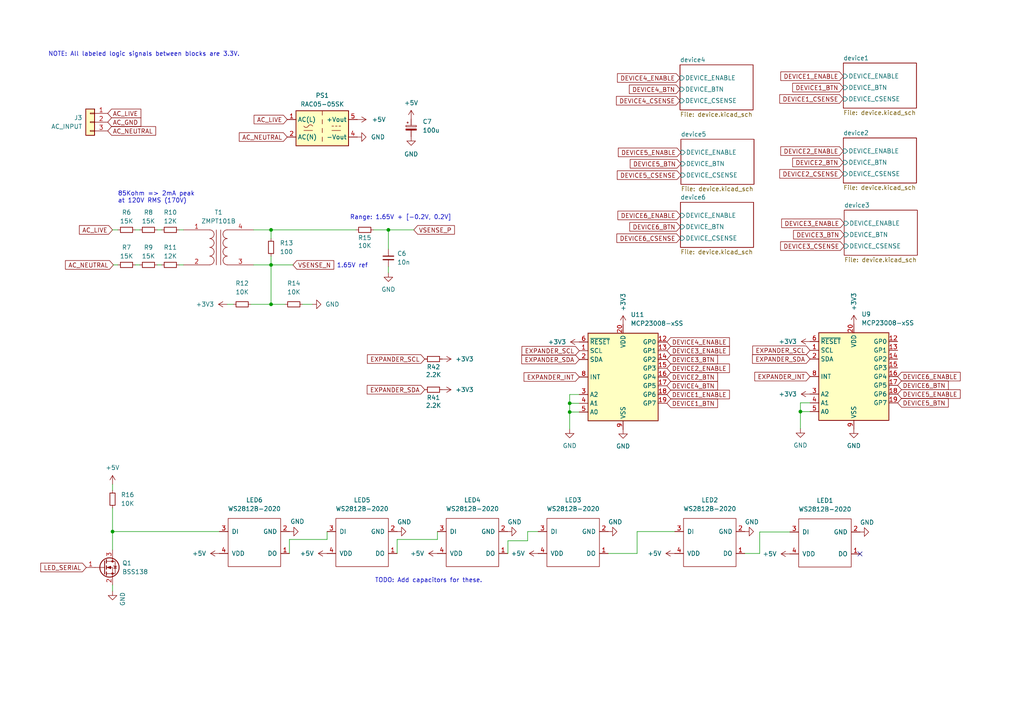
<source format=kicad_sch>
(kicad_sch (version 20230121) (generator eeschema)
  (paper "A4")
  (lib_symbols
    (symbol "Components:MDBT50-512K" (pin_names (offset 1.016))
      (property "Reference" "U" (at 15.24 -5.08 0))
      (property "Value" "MDBT50-512K" (at 15.24 -2.54 0))
      (symbol "MDBT50-512K_1_1"
        (pin input line (at -2.54 -2.54 0) (length 2.54) (name "GND") (number "1"))
        (pin input line (at -2.54 -27.94 0) (length 2.54) (name "GND") (number "10"))
        (pin input line (at -2.54 -30.48 0) (length 2.54) (name "P0.00/XL1") (number "11"))
        (pin input line (at -2.54 -33.02 0) (length 2.54) (name "P0.01/XL2") (number "12"))
        (pin input line (at -2.54 -35.56 0) (length 2.54) (name "P0.04") (number "13"))
        (pin input line (at -2.54 -38.1 0) (length 2.54) (name "P0.05") (number "14"))
        (pin input line (at -2.54 -40.64 0) (length 2.54) (name "P1.09") (number "15"))
        (pin input line (at -2.54 -43.18 0) (length 2.54) (name "P0.11") (number "16"))
        (pin input line (at -2.54 -45.72 0) (length 2.54) (name "VDD") (number "17"))
        (pin input line (at -2.54 -48.26 0) (length 2.54) (name "VDDH") (number "18"))
        (pin input line (at -2.54 -50.8 0) (length 2.54) (name "VBUS") (number "19"))
        (pin input line (at -2.54 -5.08 0) (length 2.54) (name "P0.03") (number "2"))
        (pin input line (at -2.54 -53.34 0) (length 2.54) (name "GND") (number "20"))
        (pin input line (at 33.02 -43.18 180) (length 2.54) (name "D-") (number "21"))
        (pin input line (at 33.02 -40.64 180) (length 2.54) (name "D+") (number "22"))
        (pin input line (at 33.02 -38.1 180) (length 2.54) (name "P0.15") (number "23"))
        (pin input line (at 33.02 -35.56 180) (length 2.54) (name "P0.17") (number "24"))
        (pin input line (at 33.02 -33.02 180) (length 2.54) (name "P0.18/RESET") (number "25"))
        (pin input line (at 33.02 -30.48 180) (length 2.54) (name "P0.20") (number "26"))
        (pin input line (at 33.02 -27.94 180) (length 2.54) (name "SWDIO") (number "27"))
        (pin input line (at 33.02 -25.4 180) (length 2.54) (name "SWDCLK") (number "28"))
        (pin input line (at 33.02 -22.86 180) (length 2.54) (name "P0.09/NFC1") (number "29"))
        (pin input line (at -2.54 -7.62 0) (length 2.54) (name "P0.02") (number "3"))
        (pin input line (at 33.02 -20.32 180) (length 2.54) (name "P0.10/NFC2") (number "30"))
        (pin input line (at 33.02 -12.7 180) (length 2.54) (name "GND") (number "31"))
        (pin input line (at -2.54 -10.16 0) (length 2.54) (name "P0.28") (number "4"))
        (pin input line (at -2.54 -12.7 0) (length 2.54) (name "P0.29") (number "5"))
        (pin input line (at -2.54 -15.24 0) (length 2.54) (name "P0.30") (number "6"))
        (pin input line (at -2.54 -17.78 0) (length 2.54) (name "P0.31") (number "7"))
        (pin input line (at -2.54 -20.32 0) (length 2.54) (name "DEC4") (number "8"))
        (pin input line (at -2.54 -22.86 0) (length 2.54) (name "DCC") (number "9"))
      )
    )
    (symbol "Components:WS2812B-2020" (pin_names (offset 1.016))
      (property "Reference" "U" (at 0 1.27 0))
      (property "Value" "WS2812B-2020" (at 0 3.81 0))
      (symbol "WS2812B-2020_1_1"
        (pin input line (at 10.16 -10.16 180) (length 2.54) (name "DO") (number "1"))
        (pin input line (at 10.16 -3.81 180) (length 2.54) (name "GND") (number "2"))
        (pin input line (at -10.16 -3.81 0) (length 2.54) (name "DI") (number "3"))
        (pin input line (at -10.16 -10.16 0) (length 2.54) (name "VDD") (number "4"))
      )
    )
    (symbol "Connector_Generic:Conn_01x03" (pin_names (offset 1.016) hide)
      (property "Reference" "J" (at 0 5.08 0))
      (property "Value" "Conn_01x03" (at 0 -5.08 0))
      (symbol "Conn_01x03_1_1"
        (pin passive line (at -5.08 2.54 0) (length 3.81) (name "Pin_1") (number "1"))
        (pin passive line (at -5.08 0 0) (length 3.81) (name "Pin_2") (number "2"))
        (pin passive line (at -5.08 -2.54 0) (length 3.81) (name "Pin_3") (number "3"))
      )
    )
    (symbol "Connector_Generic:Conn_02x03_Odd_Even" (pin_names (offset 1.016) hide)
      (property "Reference" "J" (at 1.27 5.08 0))
      (property "Value" "Conn_02x03_Odd_Even" (at 1.27 -5.08 0))
      (symbol "Conn_02x03_Odd_Even_1_1"
        (pin passive line (at -5.08 2.54 0) (length 3.81) (name "Pin_1") (number "1"))
        (pin passive line (at 7.62 2.54 180) (length 3.81) (name "Pin_2") (number "2"))
        (pin passive line (at -5.08 0 0) (length 3.81) (name "Pin_3") (number "3"))
        (pin passive line (at 7.62 0 180) (length 3.81) (name "Pin_4") (number "4"))
        (pin passive line (at -5.08 -2.54 0) (length 3.81) (name "Pin_5") (number "5"))
        (pin passive line (at 7.62 -2.54 180) (length 3.81) (name "Pin_6") (number "6"))
      )
    )
    (symbol "Converter_ACDC:RAC05-05SK"
      (property "Reference" "PS" (at 0 6.35 0))
      (property "Value" "RAC05-05SK" (at 0 -6.35 0))
      (symbol "RAC05-05SK_1_1"
        (pin power_in line (at -10.16 2.54 0) (length 2.54) (name "AC(L)") (number "1"))
        (pin power_in line (at -10.16 -2.54 0) (length 2.54) (name "AC(N)") (number "2"))
        (pin no_connect line (at 7.62 0 180) (length 2.54) hide (name "NC") (number "3"))
        (pin power_out line (at 10.16 -2.54 180) (length 2.54) (name "-Vout") (number "4"))
        (pin power_out line (at 10.16 2.54 180) (length 2.54) (name "+Vout") (number "5"))
      )
    )
    (symbol "Device:C_Polarized_Small" (pin_numbers hide) (pin_names (offset 0.254) hide)
      (property "Reference" "C" (at 0.254 1.778 0))
      (property "Value" "C_Polarized_Small" (at 0.254 -2.032 0))
      (symbol "C_Polarized_Small_1_1"
        (pin passive line (at 0 2.54 270) (length 1.8542) (name "~") (number "1"))
        (pin passive line (at 0 -2.54 90) (length 1.8542) (name "~") (number "2"))
      )
    )
    (symbol "Device:C_Small" (pin_numbers hide) (pin_names (offset 0.254) hide)
      (property "Reference" "C" (at 0.254 1.778 0))
      (property "Value" "C_Small" (at 0.254 -2.032 0))
      (symbol "C_Small_1_1"
        (pin passive line (at 0 2.54 270) (length 2.032) (name "~") (number "1"))
        (pin passive line (at 0 -2.54 90) (length 2.032) (name "~") (number "2"))
      )
    )
    (symbol "Device:L_Small" (pin_numbers hide) (pin_names (offset 0.254) hide)
      (property "Reference" "L" (at 0.762 1.016 0))
      (property "Value" "L_Small" (at 0.762 -1.016 0))
      (symbol "L_Small_1_1"
        (pin passive line (at 0 2.54 270) (length 0.508) (name "~") (number "1"))
        (pin passive line (at 0 -2.54 90) (length 0.508) (name "~") (number "2"))
      )
    )
    (symbol "Device:R_Small" (pin_numbers hide) (pin_names (offset 0.254) hide)
      (property "Reference" "R" (at 0.762 0.508 0))
      (property "Value" "R_Small" (at 0.762 -1.016 0))
      (symbol "R_Small_1_1"
        (pin passive line (at 0 2.54 270) (length 0.762) (name "~") (number "1"))
        (pin passive line (at 0 -2.54 90) (length 0.762) (name "~") (number "2"))
      )
    )
    (symbol "Device:Transformer_1P_1S" (pin_names (offset 1.016) hide)
      (property "Reference" "T" (at 0 6.35 0))
      (property "Value" "Transformer_1P_1S" (at 0 -7.62 0))
      (symbol "Transformer_1P_1S_1_1"
        (pin passive line (at -10.16 5.08 0) (length 7.62) (name "AA") (number "1"))
        (pin passive line (at -10.16 -5.08 0) (length 7.62) (name "AB") (number "2"))
        (pin passive line (at 10.16 -5.08 180) (length 7.62) (name "SA") (number "3"))
        (pin passive line (at 10.16 5.08 180) (length 7.62) (name "SB") (number "4"))
      )
    )
    (symbol "Interface_Expansion:MCP23008-xSS"
      (property "Reference" "U" (at -8.89 13.97 0))
      (property "Value" "MCP23008-xSS" (at 8.89 13.97 0))
      (symbol "MCP23008-xSS_1_1"
        (pin input line (at -12.7 7.62 0) (length 2.54) (name "SCL") (number "1"))
        (pin no_connect line (at -10.16 -2.54 0) (length 2.54) hide (name "NC") (number "10"))
        (pin no_connect line (at 10.16 -10.16 180) (length 2.54) hide (name "NC") (number "11"))
        (pin bidirectional line (at 12.7 10.16 180) (length 2.54) (name "GP0") (number "12"))
        (pin bidirectional line (at 12.7 7.62 180) (length 2.54) (name "GP1") (number "13"))
        (pin bidirectional line (at 12.7 5.08 180) (length 2.54) (name "GP2") (number "14"))
        (pin bidirectional line (at 12.7 2.54 180) (length 2.54) (name "GP3") (number "15"))
        (pin bidirectional line (at 12.7 0 180) (length 2.54) (name "GP4") (number "16"))
        (pin bidirectional line (at 12.7 -2.54 180) (length 2.54) (name "GP5") (number "17"))
        (pin bidirectional line (at 12.7 -5.08 180) (length 2.54) (name "GP6") (number "18"))
        (pin bidirectional line (at 12.7 -7.62 180) (length 2.54) (name "GP7") (number "19"))
        (pin bidirectional line (at -12.7 5.08 0) (length 2.54) (name "SDA") (number "2"))
        (pin power_in line (at 0 15.24 270) (length 2.54) (name "VDD") (number "20"))
        (pin input line (at -12.7 -5.08 0) (length 2.54) (name "A2") (number "3"))
        (pin input line (at -12.7 -7.62 0) (length 2.54) (name "A1") (number "4"))
        (pin input line (at -12.7 -10.16 0) (length 2.54) (name "A0") (number "5"))
        (pin input line (at -12.7 10.16 0) (length 2.54) (name "~{RESET}") (number "6"))
        (pin no_connect line (at -10.16 2.54 0) (length 2.54) hide (name "NC") (number "7"))
        (pin output line (at -12.7 0 0) (length 2.54) (name "INT") (number "8"))
        (pin power_in line (at 0 -15.24 90) (length 2.54) (name "VSS") (number "9"))
      )
    )
    (symbol "Regulator_Switching:LM3670MF"
      (property "Reference" "U" (at -5.08 5.08 0))
      (property "Value" "LM3670MF" (at 0 5.08 0))
      (symbol "LM3670MF_1_1"
        (pin power_in line (at -7.62 2.54 0) (length 2.54) (name "Vin") (number "1"))
        (pin power_in line (at 0 -7.62 90) (length 2.54) (name "GND") (number "2"))
        (pin input line (at -7.62 0 0) (length 2.54) (name "EN") (number "3"))
        (pin input line (at 7.62 -2.54 180) (length 2.54) (name "FB") (number "4"))
        (pin input line (at 7.62 2.54 180) (length 2.54) (name "SW") (number "5"))
      )
    )
    (symbol "Switch:SW_Push" (pin_numbers hide) (pin_names (offset 1.016) hide)
      (property "Reference" "SW" (at 1.27 2.54 0))
      (property "Value" "SW_Push" (at 0 -1.524 0))
      (symbol "SW_Push_0_1"
        (pin passive line (at -5.08 0 0) (length 2.54) (name "1") (number "1"))
        (pin passive line (at 5.08 0 180) (length 2.54) (name "2") (number "2"))
      )
    )
    (symbol "Transistor_FET:BSS138" (pin_names hide)
      (property "Reference" "Q" (at 5.08 1.905 0))
      (property "Value" "BSS138" (at 5.08 0 0))
      (symbol "BSS138_1_1"
        (pin input line (at -5.08 0 0) (length 2.54) (name "G") (number "1"))
        (pin passive line (at 2.54 -5.08 90) (length 2.54) (name "S") (number "2"))
        (pin passive line (at 2.54 5.08 270) (length 2.54) (name "D") (number "3"))
      )
    )
    (symbol "board-rescue:USB_C_Receptacle_USB2.0-Connector" (pin_names (offset 1.016))
      (property "Reference" "J" (at -10.16 19.05 0))
      (property "Value" "Connector_USB_C_Receptacle_USB2.0" (at 19.05 19.05 0))
      (symbol "USB_C_Receptacle_USB2.0-Connector_1_1"
        (pin power_in line (at 0 -22.86 90) (length 5.08) (name "GND") (number "A1"))
        (pin passive line (at 0 -22.86 90) (length 5.08) hide (name "GND") (number "A12"))
        (pin power_in line (at 15.24 15.24 180) (length 5.08) (name "VBUS") (number "A4"))
        (pin bidirectional line (at 15.24 10.16 180) (length 5.08) (name "CC1") (number "A5"))
        (pin bidirectional line (at 15.24 -2.54 180) (length 5.08) (name "D+") (number "A6"))
        (pin bidirectional line (at 15.24 2.54 180) (length 5.08) (name "D-") (number "A7"))
        (pin bidirectional line (at 15.24 -12.7 180) (length 5.08) (name "SBU1") (number "A8"))
        (pin passive line (at 15.24 15.24 180) (length 5.08) hide (name "VBUS") (number "A9"))
        (pin passive line (at 0 -22.86 90) (length 5.08) hide (name "GND") (number "B1"))
        (pin passive line (at 0 -22.86 90) (length 5.08) hide (name "GND") (number "B12"))
        (pin passive line (at 15.24 15.24 180) (length 5.08) hide (name "VBUS") (number "B4"))
        (pin bidirectional line (at 15.24 7.62 180) (length 5.08) (name "CC2") (number "B5"))
        (pin bidirectional line (at 15.24 -5.08 180) (length 5.08) (name "D+") (number "B6"))
        (pin bidirectional line (at 15.24 0 180) (length 5.08) (name "D-") (number "B7"))
        (pin bidirectional line (at 15.24 -15.24 180) (length 5.08) (name "SBU2") (number "B8"))
        (pin passive line (at 15.24 15.24 180) (length 5.08) hide (name "VBUS") (number "B9"))
        (pin passive line (at -7.62 -22.86 90) (length 5.08) (name "SHIELD") (number "S1"))
      )
    )
    (symbol "power:+3V3" (power) (pin_names (offset 0))
      (property "Value" "+3V3" (at 0 3.556 0))
      (symbol "+3V3_1_1"
        (pin power_in line (at 0 0 90) (length 0) hide (name "+3V3") (number "1"))
      )
    )
    (symbol "power:+5V" (power) (pin_names (offset 0))
      (property "Value" "+5V" (at 0 3.556 0))
      (symbol "+5V_1_1"
        (pin power_in line (at 0 0 90) (length 0) hide (name "+5V") (number "1"))
      )
    )
    (symbol "power:GND" (power) (pin_names (offset 0))
      (property "Value" "GND" (at 0 -3.81 0))
      (symbol "GND_1_1"
        (pin power_in line (at 0 0 270) (length 0) hide (name "GND") (number "1"))
      )
    )
    (symbol "power:VBUS" (power) (pin_names (offset 0))
      (property "Value" "VBUS" (at 0 3.81 0))
      (symbol "VBUS_1_1"
        (pin power_in line (at 0 0 90) (length 0) hide (name "VBUS") (number "1"))
      )
    )
  )
  (junction (at -115.062 96.52))
  (junction (at -33.02 247.904))
  (junction (at -56.896 10.414))
  (junction (at 78.613 76.835))
  (junction (at 78.613 88.265))
  (junction (at -112.522 127))
  (junction (at -90.932 132.08))
  (junction (at 32.639 154.178))
  (junction (at 165.227 119.507))
  (junction (at -67.31 246.634))
  (junction (at 232.156 119.38))
  (junction (at 165.227 116.967))
  (junction (at 112.649 66.675))
  (junction (at 78.613 66.675))
  (junction (at -83.312 127))
  (junction (at -48.006 10.414))
  (junction (at -67.31 241.554))
  (junction (at -86.106 10.414))
  (junction (at -48.006 21.844))
  (no_connect (at -79.502 200.66))
  (no_connect (at 249.428 160.655))
  (wire (pts (xy -93.472 132.08) (xy -90.932 132.08)))
  (wire (pts (xy -67.056 15.494) (xy -56.896 15.494)))
  (wire (pts (xy -69.85 228.854) (xy -62.23 228.854)))
  (wire (pts (xy -67.31 246.634) (xy -69.85 246.634)))
  (wire (pts (xy -86.106 12.954) (xy -86.106 10.414)))
  (wire (pts (xy -48.006 10.414) (xy -48.006 6.604)))
  (wire (pts (xy -115.062 87.63) (xy -115.062 91.44)))
  (wire (pts (xy -103.632 109.22) (xy -78.232 109.22)))
  (wire (pts (xy -112.522 128.27) (xy -112.522 127)))
  (wire (pts (xy -59.69 241.554) (xy -58.42 241.554)))
  (wire (pts (xy 165.227 114.427) (xy 165.227 116.967)))
  (wire (pts (xy 126.873 156.464) (xy 126.873 154.178)))
  (wire (pts (xy -67.31 241.554) (xy -67.31 244.094)))
  (wire (pts (xy -101.092 200.66) (xy -92.202 200.66)))
  (wire (pts (xy 39.243 66.675) (xy 40.513 66.675)))
  (wire (pts (xy -82.042 83.82) (xy -78.232 83.82)))
  (wire (pts (xy 51.943 76.835) (xy 53.213 76.835)))
  (wire (pts (xy -33.02 247.904) (xy -33.02 245.364)))
  (wire (pts (xy -93.726 10.414) (xy -93.726 18.034)))
  (wire (pts (xy 32.639 154.178) (xy 63.627 154.178)))
  (wire (pts (xy 112.649 66.675) (xy 120.015 66.675)))
  (wire (pts (xy 73.533 76.835) (xy 78.613 76.835)))
  (wire (pts (xy -106.172 104.14) (xy -78.232 104.14)))
  (wire (pts (xy -126.492 104.14) (xy -122.682 104.14)))
  (wire (pts (xy -64.77 241.554) (xy -67.31 241.554)))
  (wire (pts (xy -38.862 93.98) (xy -42.672 93.98)))
  (wire (pts (xy -80.772 137.16) (xy -80.772 134.62)))
  (wire (pts (xy -33.02 233.934) (xy -33.02 240.284)))
  (wire (pts (xy -112.522 127) (xy -116.332 127)))
  (wire (pts (xy 147.32 160.528) (xy 147.193 160.528)))
  (wire (pts (xy 234.95 119.38) (xy 232.156 119.38)))
  (wire (pts (xy -64.77 246.634) (xy -67.31 246.634)))
  (wire (pts (xy 165.227 119.507) (xy 165.227 124.46)))
  (wire (pts (xy 39.243 76.835) (xy 40.513 76.835)))
  (wire (pts (xy -115.062 96.52) (xy -126.492 96.52)))
  (wire (pts (xy -90.932 134.62) (xy -90.932 132.08)))
  (wire (pts (xy 78.613 88.265) (xy 82.677 88.265)))
  (wire (pts (xy 232.156 119.38) (xy 232.156 124.333)))
  (wire (pts (xy -85.09 266.954) (xy -85.09 272.034)))
  (wire (pts (xy 78.613 76.835) (xy 84.963 76.835)))
  (wire (pts (xy -58.42 246.634) (xy -59.69 246.634)))
  (wire (pts (xy 168.021 116.967) (xy 165.227 116.967)))
  (wire (pts (xy 165.227 116.967) (xy 165.227 119.507)))
  (wire (pts (xy -90.932 140.97) (xy -90.932 139.7)))
  (wire (pts (xy 32.639 159.512) (xy 32.639 154.178)))
  (wire (pts (xy -67.31 241.554) (xy -69.85 241.554)))
  (wire (pts (xy -86.106 20.574) (xy -82.296 20.574)))
  (wire (pts (xy 73.533 66.675) (xy 78.613 66.675)))
  (wire (pts (xy 32.639 147.32) (xy 32.639 154.178)))
  (wire (pts (xy 45.593 76.835) (xy 46.863 76.835)))
  (wire (pts (xy -69.85 233.934) (xy -33.02 233.934)))
  (wire (pts (xy -33.02 247.904) (xy -41.91 247.904)))
  (wire (pts (xy -56.896 10.414) (xy -48.006 10.414)))
  (wire (pts (xy 147.32 156.845) (xy 153.035 156.845)))
  (wire (pts (xy 65.913 88.265) (xy 67.691 88.265)))
  (wire (pts (xy -78.232 127) (xy -83.312 127)))
  (wire (pts (xy 32.639 169.672) (xy 32.639 171.45)))
  (wire (pts (xy -67.31 244.094) (xy -69.85 244.094)))
  (wire (pts (xy 83.947 156.464) (xy 94.869 156.464)))
  (wire (pts (xy 115.189 160.528) (xy 115.189 156.464)))
  (wire (pts (xy -126.492 96.52) (xy -126.492 104.14)))
  (wire (pts (xy -86.106 18.034) (xy -86.106 20.574)))
  (wire (pts (xy -82.296 20.574) (xy -82.296 12.954)))
  (wire (pts (xy -101.092 195.58) (xy -92.202 195.58)))
  (wire (pts (xy -104.902 101.6) (xy -104.902 96.52)))
  (wire (pts (xy 232.156 116.84) (xy 232.156 119.38)))
  (wire (pts (xy 220.345 154.305) (xy 229.108 154.305)))
  (wire (pts (xy 115.189 156.464) (xy 126.873 156.464)))
  (wire (pts (xy 216.027 160.528) (xy 220.345 160.528)))
  (wire (pts (xy -48.006 25.654) (xy -48.006 21.844)))
  (wire (pts (xy 78.613 66.675) (xy 78.613 69.215)))
  (wire (pts (xy 112.649 66.675) (xy 112.649 72.263)))
  (wire (pts (xy -105.156 23.114) (xy -105.156 25.654)))
  (wire (pts (xy 108.331 66.675) (xy 112.649 66.675)))
  (wire (pts (xy -93.726 23.114) (xy -105.156 23.114)))
  (wire (pts (xy 72.771 88.265) (xy 78.613 88.265)))
  (wire (pts (xy 112.649 77.343) (xy 112.649 79.121)))
  (wire (pts (xy -111.252 104.14) (xy -117.602 104.14)))
  (wire (pts (xy -67.31 249.174) (xy -69.85 249.174)))
  (wire (pts (xy -33.02 251.714) (xy -33.02 247.904)))
  (wire (pts (xy -112.522 127) (xy -83.312 127)))
  (wire (pts (xy -82.042 80.01) (xy -82.042 83.82)))
  (wire (pts (xy 87.757 88.265) (xy 90.551 88.265)))
  (wire (pts (xy 78.613 76.835) (xy 78.613 88.265)))
  (wire (pts (xy 94.869 156.464) (xy 94.869 154.178)))
  (wire (pts (xy -48.006 21.844) (xy -48.006 19.304)))
  (wire (pts (xy -78.232 129.54) (xy -83.312 129.54)))
  (wire (pts (xy 176.403 160.528) (xy 184.785 160.528)))
  (wire (pts (xy 184.785 154.178) (xy 195.707 154.178)))
  (wire (pts (xy -60.706 10.414) (xy -56.896 10.414)))
  (wire (pts (xy -104.902 96.52) (xy -115.062 96.52)))
  (wire (pts (xy -83.312 129.54) (xy -83.312 127)))
  (wire (pts (xy 51.943 66.675) (xy 53.213 66.675)))
  (wire (pts (xy 220.345 160.528) (xy 220.345 154.305)))
  (wire (pts (xy -65.786 10.414) (xy -67.056 10.414)))
  (wire (pts (xy 153.035 154.178) (xy 156.083 154.178)))
  (wire (pts (xy 153.035 156.845) (xy 153.035 154.178)))
  (wire (pts (xy -112.522 133.35) (xy -112.522 137.16)))
  (wire (pts (xy 184.785 160.528) (xy 184.785 154.178)))
  (wire (pts (xy 78.613 66.675) (xy 103.251 66.675)))
  (wire (pts (xy -74.676 21.844) (xy -48.006 21.844)))
  (wire (pts (xy -56.896 15.494) (xy -56.896 10.414)))
  (wire (pts (xy 147.32 156.845) (xy 147.32 160.528)))
  (wire (pts (xy -48.006 10.414) (xy -48.006 14.224)))
  (wire (pts (xy -67.31 246.634) (xy -67.31 249.174)))
  (wire (pts (xy -104.902 101.6) (xy -78.232 101.6)))
  (wire (pts (xy 83.947 160.528) (xy 83.947 156.464)))
  (wire (pts (xy -93.726 10.414) (xy -86.106 10.414)))
  (wire (pts (xy -86.106 10.414) (xy -82.296 10.414)))
  (wire (pts (xy 234.95 116.84) (xy 232.156 116.84)))
  (wire (pts (xy 32.893 76.835) (xy 34.163 76.835)))
  (wire (pts (xy -86.106 7.239) (xy -86.106 10.414)))
  (wire (pts (xy -41.91 247.904) (xy -41.91 245.364)))
  (wire (pts (xy 32.639 140.462) (xy 32.639 142.24)))
  (wire (pts (xy 32.639 66.675) (xy 34.163 66.675)))
  (wire (pts (xy -69.85 236.474) (xy -41.91 236.474)))
  (wire (pts (xy -74.676 21.844) (xy -74.676 20.574)))
  (wire (pts (xy 168.021 114.427) (xy 165.227 114.427)))
  (wire (pts (xy -90.932 132.08) (xy -78.232 132.08)))
  (wire (pts (xy 78.613 76.835) (xy 78.613 74.295)))
  (wire (pts (xy -80.772 134.62) (xy -78.232 134.62)))
  (wire (pts (xy 168.021 119.507) (xy 165.227 119.507)))
  (wire (pts (xy 45.593 66.675) (xy 46.863 66.675)))
  (wire (pts (xy -41.91 236.474) (xy -41.91 240.284)))
  (text "85Kohm => 2mA peak\nat 120V RMS (170V)" (at 34.163 59.055 0) (effects (font (size 1.27 1.27)) (justify left bottom)))
  (text "Keep resistors close\nto RP2040 pins." (at -67.31 255.524 0) (effects (font (size 1.27 1.27)) (justify left bottom)))
  (text "TODO: Add a reset button" (at -102.3112 184.7596 0) (effects (font (size 1.27 1.27)) (justify left bottom)))
  (text "TODO: Add capacitors for these." (at 108.712 169.164 0) (effects (font (size 1.27 1.27)) (justify left bottom)))
  (text "Range: 1.65V + [-0.2V, 0.2V]" (at 101.473 63.881 0) (effects (font (size 1.27 1.27)) (justify left bottom)))
  (text "1.65V ref" (at 97.663 77.851 0) (effects (font (size 1.27 1.27)) (justify left bottom)))
  (text "NOTE: All labeled logic signals between blocks are 3.3V." (at 13.97 16.51 0) (effects (font (size 1.27 1.27)) (justify left bottom)))
  (global_label "AC_NEUTRAL" (shape input) (at 83.312 39.751 180) (property "Intersheetrefs" "${INTERSHEET_REFS}" (effects hide)))
  (global_label "DEVICE3_CSENSE" (shape input) (at 244.856 71.374 180) (property "Intersheetrefs" "${INTERSHEET_REFS}" (effects hide)))
  (global_label "USB_D+" (shape input) (at -58.42 246.634 0) (property "Intersheetrefs" "${INTERSHEET_REFS}" (effects hide)))
  (global_label "DEVICE1_CSENSE" (shape input) (at -78.232 119.38 180) (property "Intersheetrefs" "${INTERSHEET_REFS}" (effects hide)))
  (global_label "DEVICE5_BTN" (shape input) (at 260.35 116.84 0) (property "Intersheetrefs" "${INTERSHEET_REFS}" (effects hide)))
  (global_label "DEVICE2_ENABLE" (shape input) (at 193.421 106.807 0) (property "Intersheetrefs" "${INTERSHEET_REFS}" (effects hide)))
  (global_label "USB_D+" (shape input) (at 96.52 303.53 0) (property "Intersheetrefs" "${INTERSHEET_REFS}" (effects hide)))
  (global_label "SWDIO" (shape input) (at -79.502 195.58 0) (property "Intersheetrefs" "${INTERSHEET_REFS}" (effects hide)))
  (global_label "DEVICE5_ENABLE" (shape input) (at 260.35 114.3 0) (property "Intersheetrefs" "${INTERSHEET_REFS}" (effects hide)))
  (global_label "VSENSE_N" (shape input) (at -78.232 86.36 180) (property "Intersheetrefs" "${INTERSHEET_REFS}" (effects hide)))
  (global_label "LED_SERIAL" (shape input) (at -78.232 111.76 180) (property "Intersheetrefs" "${INTERSHEET_REFS}" (effects hide)))
  (global_label "DEVICE3_ENABLE" (shape input) (at 193.421 101.727 0) (property "Intersheetrefs" "${INTERSHEET_REFS}" (effects hide)))
  (global_label "DEVICE1_ENABLE" (shape input) (at 193.421 114.427 0) (property "Intersheetrefs" "${INTERSHEET_REFS}" (effects hide)))
  (global_label "DEVICE4_ENABLE" (shape input) (at 197.231 22.606 180) (property "Intersheetrefs" "${INTERSHEET_REFS}" (effects hide)))
  (global_label "DEVICE6_CSENSE" (shape input) (at 197.358 69.088 180) (property "Intersheetrefs" "${INTERSHEET_REFS}" (effects hide)))
  (global_label "USB_CONN_D+" (shape input) (at -68.58 246.634 90) (property "Intersheetrefs" "${INTERSHEET_REFS}" (effects hide)))
  (global_label "DEVICE5_BTN" (shape input) (at 197.485 47.498 180) (property "Intersheetrefs" "${INTERSHEET_REFS}" (effects hide)))
  (global_label "USB_D-" (shape input) (at -42.672 124.46 0) (property "Intersheetrefs" "${INTERSHEET_REFS}" (effects hide)))
  (global_label "EXPANDER_SDA" (shape input) (at 234.95 104.14 180) (property "Intersheetrefs" "${INTERSHEET_REFS}" (effects hide)))
  (global_label "AC_LIVE" (shape input) (at 31.242 32.893 0) (property "Intersheetrefs" "${INTERSHEET_REFS}" (effects hide)))
  (global_label "AC_LIVE" (shape input) (at 32.639 66.675 180) (property "Intersheetrefs" "${INTERSHEET_REFS}" (effects hide)))
  (global_label "DEVICE3_CSENSE" (shape input) (at -78.232 99.06 180) (property "Intersheetrefs" "${INTERSHEET_REFS}" (effects hide)))
  (global_label "DEVICE3_BTN" (shape input) (at 193.421 104.267 0) (property "Intersheetrefs" "${INTERSHEET_REFS}" (effects hide)))
  (global_label "USB_CONN_D-" (shape input) (at -67.31 241.554 90) (property "Intersheetrefs" "${INTERSHEET_REFS}" (effects hide)))
  (global_label "USB_D+" (shape input) (at -42.672 121.92 0) (property "Intersheetrefs" "${INTERSHEET_REFS}" (effects hide)))
  (global_label "DEVICE4_CSENSE" (shape input) (at -78.232 96.52 180) (property "Intersheetrefs" "${INTERSHEET_REFS}" (effects hide)))
  (global_label "EXPANDER_SCL" (shape input) (at 234.95 101.6 180) (property "Intersheetrefs" "${INTERSHEET_REFS}" (effects hide)))
  (global_label "DEVICE6_ENABLE" (shape input) (at 197.358 62.484 180) (property "Intersheetrefs" "${INTERSHEET_REFS}" (effects hide)))
  (global_label "DEVICE6_BTN" (shape input) (at 197.358 65.786 180) (property "Intersheetrefs" "${INTERSHEET_REFS}" (effects hide)))
  (global_label "LED_SERIAL" (shape input) (at 25.019 164.592 180) (property "Intersheetrefs" "${INTERSHEET_REFS}" (effects hide)))
  (global_label "DEVICE3_BTN" (shape input) (at 244.856 68.072 180) (property "Intersheetrefs" "${INTERSHEET_REFS}" (effects hide)))
  (global_label "DEVICE2_CSENSE" (shape input) (at 244.602 50.419 180) (property "Intersheetrefs" "${INTERSHEET_REFS}" (effects hide)))
  (global_label "DEVICE2_CSENSE" (shape input) (at -78.232 116.84 180) (property "Intersheetrefs" "${INTERSHEET_REFS}" (effects hide)))
  (global_label "DEVICE4_CSENSE" (shape input) (at 197.231 29.21 180) (property "Intersheetrefs" "${INTERSHEET_REFS}" (effects hide)))
  (global_label "EXPANDER_SCL" (shape input) (at 168.021 101.727 180) (property "Intersheetrefs" "${INTERSHEET_REFS}" (effects hide)))
  (global_label "DEVICE1_BTN" (shape input) (at 244.602 25.4 180) (property "Intersheetrefs" "${INTERSHEET_REFS}" (effects hide)))
  (global_label "USB_D-" (shape input) (at -58.42 241.554 0) (property "Intersheetrefs" "${INTERSHEET_REFS}" (effects hide)))
  (global_label "VSENSE_P" (shape input) (at 120.015 66.675 0) (property "Intersheetrefs" "${INTERSHEET_REFS}" (effects hide)))
  (global_label "SWDCLK" (shape input) (at -79.502 198.12 0) (property "Intersheetrefs" "${INTERSHEET_REFS}" (effects hide)))
  (global_label "RESET" (shape input) (at -70.866 210.82 180) (property "Intersheetrefs" "${INTERSHEET_REFS}" (effects hide)))
  (global_label "EXPANDER_INT" (shape input) (at -78.232 114.3 180) (property "Intersheetrefs" "${INTERSHEET_REFS}" (effects hide)))
  (global_label "EXPANDER_INT" (shape input) (at 168.021 109.347 180) (property "Intersheetrefs" "${INTERSHEET_REFS}" (effects hide)))
  (global_label "DEVICE1_BTN" (shape input) (at 193.421 116.967 0) (property "Intersheetrefs" "${INTERSHEET_REFS}" (effects hide)))
  (global_label "EXPANDER_SCL" (shape input) (at -78.232 124.46 180) (property "Intersheetrefs" "${INTERSHEET_REFS}" (effects hide)))
  (global_label "DEVICE3_ENABLE" (shape input) (at 244.856 64.77 180) (property "Intersheetrefs" "${INTERSHEET_REFS}" (effects hide)))
  (global_label "RESET" (shape input) (at -42.672 114.3 0) (property "Intersheetrefs" "${INTERSHEET_REFS}" (effects hide)))
  (global_label "AC_LIVE" (shape input) (at 83.312 34.671 180) (property "Intersheetrefs" "${INTERSHEET_REFS}" (effects hide)))
  (global_label "SWDCLK" (shape input) (at -42.672 106.68 0) (property "Intersheetrefs" "${INTERSHEET_REFS}" (effects hide)))
  (global_label "DEVICE5_CSENSE" (shape input) (at -78.232 93.98 180) (property "Intersheetrefs" "${INTERSHEET_REFS}" (effects hide)))
  (global_label "DEVICE6_BTN" (shape input) (at 260.35 111.76 0) (property "Intersheetrefs" "${INTERSHEET_REFS}" (effects hide)))
  (global_label "EXPANDER_SDA" (shape input) (at 123.19 113.03 180) (property "Intersheetrefs" "${INTERSHEET_REFS}" (effects hide)))
  (global_label "DEVICE2_BTN" (shape input) (at 193.421 109.347 0) (property "Intersheetrefs" "${INTERSHEET_REFS}" (effects hide)))
  (global_label "EXPANDER_SDA" (shape input) (at -78.232 121.92 180) (property "Intersheetrefs" "${INTERSHEET_REFS}" (effects hide)))
  (global_label "DEVICE5_CSENSE" (shape input) (at 197.485 50.8 180) (property "Intersheetrefs" "${INTERSHEET_REFS}" (effects hide)))
  (global_label "AC_NEUTRAL" (shape input) (at 31.242 37.973 0) (property "Intersheetrefs" "${INTERSHEET_REFS}" (effects hide)))
  (global_label "DEVICE2_ENABLE" (shape input) (at 244.602 43.815 180) (property "Intersheetrefs" "${INTERSHEET_REFS}" (effects hide)))
  (global_label "DEVICE1_ENABLE" (shape input) (at 244.602 22.098 180) (property "Intersheetrefs" "${INTERSHEET_REFS}" (effects hide)))
  (global_label "DEVICE1_CSENSE" (shape input) (at 244.602 28.702 180) (property "Intersheetrefs" "${INTERSHEET_REFS}" (effects hide)))
  (global_label "DEVICE5_ENABLE" (shape input) (at 197.485 44.196 180) (property "Intersheetrefs" "${INTERSHEET_REFS}" (effects hide)))
  (global_label "SWDIO" (shape input) (at -42.672 109.22 0) (property "Intersheetrefs" "${INTERSHEET_REFS}" (effects hide)))
  (global_label "EXPANDER_INT" (shape input) (at 234.95 109.22 180) (property "Intersheetrefs" "${INTERSHEET_REFS}" (effects hide)))
  (global_label "DEVICE4_ENABLE" (shape input) (at 193.421 99.187 0) (property "Intersheetrefs" "${INTERSHEET_REFS}" (effects hide)))
  (global_label "RESET" (shape input) (at -92.202 198.12 180) (property "Intersheetrefs" "${INTERSHEET_REFS}" (effects hide)))
  (global_label "VSENSE_P" (shape input) (at -78.232 88.9 180) (property "Intersheetrefs" "${INTERSHEET_REFS}" (effects hide)))
  (global_label "DEVICE4_BTN" (shape input) (at 193.421 111.887 0) (property "Intersheetrefs" "${INTERSHEET_REFS}" (effects hide)))
  (global_label "AC_GND" (shape input) (at 31.242 35.433 0) (property "Intersheetrefs" "${INTERSHEET_REFS}" (effects hide)))
  (global_label "DEVICE4_BTN" (shape input) (at 197.231 25.908 180) (property "Intersheetrefs" "${INTERSHEET_REFS}" (effects hide)))
  (global_label "EXPANDER_SDA" (shape input) (at 168.021 104.267 180) (property "Intersheetrefs" "${INTERSHEET_REFS}" (effects hide)))
  (global_label "DEVICE6_CSENSE" (shape input) (at -78.232 91.44 180) (property "Intersheetrefs" "${INTERSHEET_REFS}" (effects hide)))
  (global_label "DEVICE2_BTN" (shape input) (at 244.602 47.117 180) (property "Intersheetrefs" "${INTERSHEET_REFS}" (effects hide)))
  (global_label "DEVICE6_ENABLE" (shape input) (at 260.35 109.22 0) (property "Intersheetrefs" "${INTERSHEET_REFS}" (effects hide)))
  (global_label "EXPANDER_SCL" (shape input) (at 123.19 104.14 180) (property "Intersheetrefs" "${INTERSHEET_REFS}" (effects hide)))
  (global_label "VSENSE_N" (shape input) (at 84.963 76.835 0) (property "Intersheetrefs" "${INTERSHEET_REFS}" (effects hide)))
  (global_label "AC_NEUTRAL" (shape input) (at 32.893 76.835 180) (property "Intersheetrefs" "${INTERSHEET_REFS}" (effects hide)))
  (symbol (lib_id "Device:R_Small") (at 43.053 76.835 90) (unit 1)
    (property "Reference" "R9" (at 43.053 71.755 90))
    (property "Value" "15K" (at 43.053 74.295 90))
    (property "Footprint" "Resistor_SMD:R_0805_2012Metric_Pad1.20x1.40mm_HandSolder" (effects hide))
  )
  (symbol (lib_id "power:GND") (at 112.649 79.121 0) (unit 1)
    (property "Reference" "#PWR023" (effects hide))
    (property "Value" "GND" (at 112.649 83.947 0))
  )
  (symbol (lib_id "power:GND") (at -101.092 200.66 270) (unit 1)
    (property "Reference" "#PWR07" (effects hide))
    (property "Value" "GND" (at -104.3432 200.787 90) (effects (justify right)))
  )
  (symbol (lib_id "power:GND") (at -112.522 137.16 0) (unit 1)
    (property "Reference" "#PWR03" (effects hide))
    (property "Value" "GND" (at -112.395 141.5542 0))
  )
  (symbol (lib_id "Device:R_Small") (at 125.73 104.14 270) (unit 1)
    (property "Reference" "R42" (at 125.73 106.426 90))
    (property "Value" "2.2K" (at 125.73 108.712 90))
    (property "Footprint" "Resistor_SMD:R_0603_1608Metric_Pad0.98x0.95mm_HandSolder" (effects hide))
  )
  (symbol (lib_id "Device:R_Small") (at 49.403 76.835 90) (unit 1)
    (property "Reference" "R11" (at 49.403 71.755 90))
    (property "Value" "12K" (at 49.403 74.295 90))
    (property "Footprint" "Resistor_SMD:R_0805_2012Metric_Pad1.20x1.40mm_HandSolder" (effects hide))
  )
  (symbol (lib_id "power:+5V") (at -86.106 7.239 0) (unit 1)
    (property "Reference" "#PWR010" (effects hide))
    (property "Value" "+5V" (at -86.106 2.54 0))
  )
  (symbol (lib_id "power:GND") (at -85.09 272.034 0) (unit 1)
    (property "Reference" "#PWR011" (effects hide))
    (property "Value" "GND" (at -84.963 275.2852 90) (effects (justify right)))
  )
  (symbol (lib_id "power:+5V") (at 103.632 34.671 270) (unit 1)
    (property "Reference" "#PWR021" (effects hide))
    (property "Value" "+5V" (at 107.823 34.671 90) (effects (justify left)))
  )
  (symbol (lib_id "power:+3V3") (at -101.092 195.58 90) (unit 1)
    (property "Reference" "#PWR06" (effects hide))
    (property "Value" "+3V3" (at -104.3432 195.199 90) (effects (justify left)))
  )
  (symbol (lib_id "power:GND") (at 232.156 124.333 0) (unit 1)
    (property "Reference" "#PWR098" (effects hide))
    (property "Value" "GND" (at 232.156 129.159 0))
  )
  (symbol (lib_id "power:GND") (at -60.706 210.82 90) (unit 1)
    (property "Reference" "#PWR0111" (effects hide))
    (property "Value" "GND" (at -57.4548 210.693 90) (effects (justify right)))
  )
  (symbol (lib_id "Device:R_Small") (at 105.791 66.675 270) (unit 1)
    (property "Reference" "R15" (at 105.791 68.961 90))
    (property "Value" "10K" (at 105.791 71.247 90))
    (property "Footprint" "Resistor_SMD:R_0603_1608Metric_Pad0.98x0.95mm_HandSolder" (effects hide))
  )
  (symbol (lib_id "power:GND") (at -115.062 87.63 180) (unit 1)
    (property "Reference" "#PWR02" (effects hide))
    (property "Value" "GND" (at -115.189 83.2358 0))
  )
  (symbol (lib_id "power:GND") (at 147.193 154.178 90) (unit 1)
    (property "Reference" "#PWR033" (effects hide))
    (property "Value" "GND" (at 147.193 151.384 90) (effects (justify right)))
  )
  (symbol (lib_id "Components:WS2812B-2020") (at 166.243 150.368 0) (unit 1)
    (property "Reference" "LED3" (at 166.243 145.034 0))
    (property "Value" "WS2812B-2020" (at 166.243 147.574 0))
    (property "Footprint" "Components:WS2812B-2020" (effects hide))
  )
  (symbol (lib_id "power:+3V3") (at 247.65 93.98 0) (unit 1)
    (property "Reference" "#PWR0100" (effects hide))
    (property "Value" "+3V3" (at 247.65 90.17 90) (effects (justify left)))
  )
  (symbol (lib_id "Device:C_Small") (at -112.522 130.81 180) (unit 1)
    (property "Reference" "C2" (at -110.1852 129.6416 0) (effects (justify right)))
    (property "Value" "10uF" (at -110.1852 131.953 0) (effects (justify right)))
    (property "Footprint" "Capacitor_SMD:C_0805_2012Metric_Pad1.18x1.45mm_HandSolder" (effects hide))
  )
  (symbol (lib_id "Device:R_Small") (at -33.02 242.824 180) (unit 1)
    (property "Reference" "R5" (at -34.5186 243.9924 0) (effects (justify left)))
    (property "Value" "5.1K" (at -34.5186 241.681 0) (effects (justify left)))
    (property "Footprint" "Resistor_SMD:R_0603_1608Metric" (effects hide))
    (property "LCSC" "C21190" (effects hide))
  )
  (symbol (lib_id "Components:MDBT50-512K") (at -75.692 81.28 0) (unit 1)
    (property "Reference" "U1" (at -60.452 77.089 0))
    (property "Value" "MDBT50-512K" (at -60.452 79.4004 0))
    (property "Footprint" "Components:MDBT50-512K" (effects hide))
  )
  (symbol (lib_id "Connector_Generic:Conn_01x03") (at 26.162 35.433 0) (mirror y) (unit 1)
    (property "Reference" "J3" (at 23.876 34.163 0) (effects (justify left)))
    (property "Value" "AC_INPUT" (at 23.876 36.703 0) (effects (justify left)))
    (property "Footprint" "schurter_gsp:CONN3_P1.8101.1_SAI" (effects hide))
  )
  (symbol (lib_id "power:+3V3") (at 180.721 94.107 0) (unit 1)
    (property "Reference" "#PWR095" (effects hide))
    (property "Value" "+3V3" (at 180.721 90.297 90) (effects (justify left)))
  )
  (symbol (lib_id "Device:R_Small") (at -62.23 246.634 90) (unit 1)
    (property "Reference" "R3" (at -62.23 241.6556 90))
    (property "Value" "22" (at -62.23 243.967 90))
    (property "Footprint" "Resistor_SMD:R_0603_1608Metric_Pad0.98x0.95mm_HandSolder" (effects hide))
  )
  (symbol (lib_id "power:GND") (at -33.02 251.714 0) (unit 1)
    (property "Reference" "#PWR018" (effects hide))
    (property "Value" "GND" (at -32.893 254.9652 90) (effects (justify right)))
  )
  (symbol (lib_id "Components:WS2812B-2020") (at 73.787 150.368 0) (unit 1)
    (property "Reference" "LED6" (at 73.787 145.034 0))
    (property "Value" "WS2812B-2020" (at 73.787 147.574 0))
    (property "Footprint" "Components:WS2812B-2020" (effects hide))
  )
  (symbol (lib_id "power:GND") (at -105.156 25.654 0) (unit 1)
    (property "Reference" "#PWR04" (effects hide))
    (property "Value" "GND" (at -105.029 30.0482 0))
  )
  (symbol (lib_id "Components:WS2812B-2020") (at 239.268 150.495 0) (unit 1)
    (property "Reference" "LED1" (at 239.268 145.161 0))
    (property "Value" "WS2812B-2020" (at 239.268 147.701 0))
    (property "Footprint" "Components:WS2812B-2020" (effects hide))
  )
  (symbol (lib_id "power:+5V") (at 63.627 160.528 90) (unit 1)
    (property "Reference" "#PWR028" (effects hide))
    (property "Value" "+5V" (at 59.817 160.528 90) (effects (justify left)))
  )
  (symbol (lib_id "Device:C_Small") (at -90.932 137.16 0) (unit 1)
    (property "Reference" "C4" (at -88.5952 135.9916 0) (effects (justify left)))
    (property "Value" "10uF" (at -88.5952 138.303 0) (effects (justify left)))
    (property "Footprint" "Capacitor_SMD:C_0603_1608Metric_Pad1.08x0.95mm_HandSolder" (effects hide))
  )
  (symbol (lib_id "Device:L_Small") (at -120.142 104.14 90) (unit 1)
    (property "Reference" "L1" (at -120.142 99.441 90))
    (property "Value" "15n" (at -120.142 101.7524 90))
    (property "Footprint" "Inductor_SMD:L_0603_1608Metric_Pad1.05x0.95mm_HandSolder" (effects hide))
  )
  (symbol (lib_id "Components:WS2812B-2020") (at 137.033 150.368 0) (unit 1)
    (property "Reference" "LED4" (at 137.033 145.034 0))
    (property "Value" "WS2812B-2020" (at 137.033 147.574 0))
    (property "Footprint" "Components:WS2812B-2020" (effects hide))
  )
  (symbol (lib_id "Regulator_Switching:LM3670MF") (at -74.676 12.954 0) (unit 1)
    (property "Reference" "U2" (at -74.676 4.699 0))
    (property "Value" "LM3671-3.3" (at -74.676 7.0104 0))
    (property "Footprint" "Package_TO_SOT_SMD:SOT-23-5" (effects hide))
    (property "Datasheet" "https://www.diodes.com/assets/Datasheets/AP2112.pdf" (effects hide))
    (property "JLC" "SOT-23-5" (effects hide))
    (property "LCSC" "C201586" (effects hide))
  )
  (symbol (lib_id "power:VBUS") (at -62.23 228.854 270) (unit 1)
    (property "Reference" "#PWR014" (effects hide))
    (property "Value" "VBUS" (at -58.9788 229.235 90) (effects (justify left)))
  )
  (symbol (lib_id "power:+5V") (at 195.707 160.528 90) (unit 1)
    (property "Reference" "#PWR090" (effects hide))
    (property "Value" "+5V" (at 191.897 160.528 90) (effects (justify left)))
  )
  (symbol (lib_id "power:+3V3") (at 65.913 88.265 90) (unit 1)
    (property "Reference" "#PWR019" (effects hide))
    (property "Value" "+3V3" (at 62.103 88.265 90) (effects (justify left)))
  )
  (symbol (lib_id "power:+3V3") (at -116.332 127 90) (unit 1)
    (property "Reference" "#PWR01" (effects hide))
    (property "Value" "+3V3" (at -119.5832 126.619 90) (effects (justify left)))
  )
  (symbol (lib_id "power:+3V3") (at 128.27 104.14 270) (unit 1)
    (property "Reference" "#PWR0109" (effects hide))
    (property "Value" "+3V3" (at 132.08 104.14 90) (effects (justify left)))
  )
  (symbol (lib_id "power:+5V") (at 156.083 160.528 90) (unit 1)
    (property "Reference" "#PWR034" (effects hide))
    (property "Value" "+5V" (at 152.273 160.528 90) (effects (justify left)))
  )
  (symbol (lib_id "power:GND") (at -103.632 109.22 270) (unit 1)
    (property "Reference" "#PWR05" (effects hide))
    (property "Value" "GND" (at -108.0262 109.347 0))
  )
  (symbol (lib_id "Interface_Expansion:MCP23008-xSS") (at 247.65 109.22 0) (unit 1)
    (property "Reference" "U9" (at 249.8441 91.1352 0) (effects (justify left)))
    (property "Value" "MCP23008-xSS" (at 249.8441 93.6752 0) (effects (justify left)))
    (property "Footprint" "Package_SO:SSOP-20_5.3x7.2mm_P0.65mm" (effects hide))
    (property "Datasheet" "http://ww1.microchip.com/downloads/en/DeviceDoc/MCP23008-MCP23S08-Data-Sheet-20001919F.pdf" (effects hide))
  )
  (symbol (lib_id "Components:WS2812B-2020") (at 205.867 150.368 0) (unit 1)
    (property "Reference" "LED2" (at 205.867 145.034 0))
    (property "Value" "WS2812B-2020" (at 205.867 147.574 0))
    (property "Footprint" "Components:WS2812B-2020" (effects hide))
  )
  (symbol (lib_id "power:GND") (at 249.428 154.305 90) (unit 1)
    (property "Reference" "#PWR093" (effects hide))
    (property "Value" "GND" (at 249.428 151.511 90) (effects (justify right)))
  )
  (symbol (lib_id "power:+5V") (at 94.869 160.528 90) (unit 1)
    (property "Reference" "#PWR030" (effects hide))
    (property "Value" "+5V" (at 91.059 160.528 90) (effects (justify left)))
  )
  (symbol (lib_id "power:GND") (at 83.947 154.178 90) (unit 1)
    (property "Reference" "#PWR029" (effects hide))
    (property "Value" "GND" (at 84.201 151.257 90) (effects (justify right)))
  )
  (symbol (lib_id "Device:L_Small") (at -108.712 104.14 90) (unit 1)
    (property "Reference" "L2" (at -108.712 99.441 90))
    (property "Value" "10u" (at -108.712 101.7524 90))
    (property "Footprint" "Inductor_SMD:L_0603_1608Metric_Pad1.05x0.95mm_HandSolder" (effects hide))
  )
  (symbol (lib_id "power:GND") (at -90.932 140.97 0) (unit 1)
    (property "Reference" "#PWR09" (effects hide))
    (property "Value" "GND" (at -90.805 145.3642 0))
  )
  (symbol (lib_id "power:+3V3") (at 234.95 99.06 90) (unit 1)
    (property "Reference" "#PWR099" (effects hide))
    (property "Value" "+3V3" (at 231.14 99.06 90) (effects (justify left)))
  )
  (symbol (lib_id "Components:WS2812B-2020") (at 105.029 150.368 0) (unit 1)
    (property "Reference" "LED5" (at 105.029 145.034 0))
    (property "Value" "WS2812B-2020" (at 105.029 147.574 0))
    (property "Footprint" "Components:WS2812B-2020" (effects hide))
  )
  (symbol (lib_id "Device:R_Small") (at -62.23 241.554 270) (unit 1)
    (property "Reference" "R2" (at -62.23 244.094 90))
    (property "Value" "22" (at -62.23 246.634 90))
    (property "Footprint" "Resistor_SMD:R_0603_1608Metric_Pad0.98x0.95mm_HandSolder" (effects hide))
  )
  (symbol (lib_id "power:GND") (at -80.772 137.16 0) (unit 1)
    (property "Reference" "#PWR013" (effects hide))
    (property "Value" "GND" (at -80.645 141.5542 0))
  )
  (symbol (lib_id "power:GND") (at 165.227 124.46 0) (unit 1)
    (property "Reference" "#PWR097" (effects hide))
    (property "Value" "GND" (at 165.227 129.286 0))
  )
  (symbol (lib_id "Device:C_Small") (at -48.006 16.764 180) (unit 1)
    (property "Reference" "C5" (at -45.6692 15.5956 0) (effects (justify right)))
    (property "Value" "10uF" (at -45.6692 17.907 0) (effects (justify right)))
    (property "Footprint" "Capacitor_SMD:C_0805_2012Metric_Pad1.18x1.45mm_HandSolder" (effects hide))
  )
  (symbol (lib_id "Device:R_Small") (at 32.639 144.78 180) (unit 1)
    (property "Reference" "R16" (at 35.052 143.51 0) (effects (justify right)))
    (property "Value" "10K" (at 35.052 146.05 0) (effects (justify right)))
    (property "Footprint" "Resistor_SMD:R_0603_1608Metric_Pad0.98x0.95mm_HandSolder" (effects hide))
  )
  (symbol (lib_id "Device:R_Small") (at 78.613 71.755 0) (unit 1)
    (property "Reference" "R13" (at 81.153 70.485 0) (effects (justify left)))
    (property "Value" "100" (at 81.153 73.025 0) (effects (justify left)))
    (property "Footprint" "Resistor_SMD:R_0805_2012Metric_Pad1.20x1.40mm_HandSolder" (effects hide))
  )
  (symbol (lib_id "power:+5V") (at 119.253 34.544 0) (unit 1)
    (property "Reference" "#PWR024" (effects hide))
    (property "Value" "+5V" (at 119.253 29.845 0))
  )
  (symbol (lib_id "Device:R_Small") (at -41.91 242.824 180) (unit 1)
    (property "Reference" "R4" (at -43.4086 243.9924 0) (effects (justify left)))
    (property "Value" "5.1K" (at -43.4086 241.681 0) (effects (justify left)))
    (property "Footprint" "Resistor_SMD:R_0603_1608Metric" (effects hide))
    (property "LCSC" "C21190" (effects hide))
  )
  (symbol (lib_id "power:GND") (at 216.027 154.178 90) (unit 1)
    (property "Reference" "#PWR092" (effects hide))
    (property "Value" "GND" (at 216.027 151.384 90) (effects (justify right)))
  )
  (symbol (lib_id "Device:R_Small") (at 36.703 76.835 90) (unit 1)
    (property "Reference" "R7" (at 36.703 71.755 90))
    (property "Value" "15K" (at 36.703 74.295 90))
    (property "Footprint" "Resistor_SMD:R_0805_2012Metric_Pad1.20x1.40mm_HandSolder" (effects hide))
  )
  (symbol (lib_id "power:GND") (at 176.403 154.178 90) (unit 1)
    (property "Reference" "#PWR035" (effects hide))
    (property "Value" "GND" (at 176.403 151.384 90) (effects (justify right)))
  )
  (symbol (lib_id "Transistor_FET:BSS138") (at 30.099 164.592 0) (unit 1)
    (property "Reference" "Q1" (at 35.433 163.322 0) (effects (justify left)))
    (property "Value" "BSS138" (at 35.433 165.862 0) (effects (justify left)))
    (property "Footprint" "Package_TO_SOT_SMD:SOT-23" (effects hide))
    (property "Datasheet" "https://www.onsemi.com/pub/Collateral/BSS138-D.PDF" (effects hide))
  )
  (symbol (lib_id "Device:R_Small") (at -86.106 15.494 180) (unit 1)
    (property "Reference" "R29" (at -90.932 14.224 0) (effects (justify right)))
    (property "Value" "100K" (at -92.075 16.256 0) (effects (justify right)))
    (property "Footprint" "Resistor_SMD:R_0603_1608Metric_Pad0.98x0.95mm_HandSolder" (effects hide))
  )
  (symbol (lib_id "power:+3V3") (at -48.006 6.604 0) (unit 1)
    (property "Reference" "#PWR015" (effects hide))
    (property "Value" "+3V3" (at -47.625 3.3528 90) (effects (justify left)))
  )
  (symbol (lib_id "Interface_Expansion:MCP23008-xSS") (at 180.721 109.347 0) (unit 1)
    (property "Reference" "U11" (at 182.9151 91.2622 0) (effects (justify left)))
    (property "Value" "MCP23008-xSS" (at 182.9151 93.8022 0) (effects (justify left)))
    (property "Footprint" "Package_SO:SSOP-20_5.3x7.2mm_P0.65mm" (effects hide))
    (property "Datasheet" "http://ww1.microchip.com/downloads/en/DeviceDoc/MCP23008-MCP23S08-Data-Sheet-20001919F.pdf" (effects hide))
  )
  (symbol (lib_id "power:VBUS") (at -93.472 132.08 90) (unit 1)
    (property "Reference" "#PWR08" (effects hide))
    (property "Value" "VBUS" (at -96.6978 131.699 90) (effects (justify left)))
  )
  (symbol (lib_id "board-rescue:USB_C_Receptacle_USB2.0-Connector") (at -85.09 244.094 0) (unit 1)
    (property "Reference" "J2" (at -82.3722 222.0722 0))
    (property "Value" "USB_C_Receptacle_USB2.0" (at -82.3722 224.3836 0))
    (property "Footprint" "Connector_USB:USB_C_Receptacle_HRO_TYPE-C-31-M-12" (effects hide))
    (property "Datasheet" "https://www.usb.org/sites/default/files/documents/usb_type-c.zip" (effects hide))
  )
  (symbol (lib_id "power:GND") (at 103.632 39.751 90) (unit 1)
    (property "Reference" "#PWR022" (effects hide))
    (property "Value" "GND" (at 107.569 39.751 90) (effects (justify right)))
  )
  (symbol (lib_id "power:GND") (at -38.862 93.98 90) (unit 1)
    (property "Reference" "#PWR017" (effects hide))
    (property "Value" "GND" (at -34.4678 93.853 0))
  )
  (symbol (lib_id "Device:R_Small") (at 36.703 66.675 90) (unit 1)
    (property "Reference" "R6" (at 36.703 61.595 90))
    (property "Value" "15K" (at 36.703 64.135 90))
    (property "Footprint" "Resistor_SMD:R_0805_2012Metric_Pad1.20x1.40mm_HandSolder" (effects hide))
  )
  (symbol (lib_id "Device:L_Small") (at -63.246 10.414 90) (unit 1)
    (property "Reference" "L3" (at -63.246 5.715 90))
    (property "Value" "2.2u" (at -63.246 8.0264 90))
    (property "Footprint" "Inductor_SMD:L_Taiyo-Yuden_NR-24xx_HandSoldering" (effects hide))
    (property "Part" "NRH2412T2R2MNGH" (effects hide))
    (property "JLC" "SMD-2.4x2.4x1.1" (effects hide))
    (property "LCSC" "C89149" (effects hide))
  )
  (symbol (lib_id "Device:R_Small") (at 125.73 113.03 270) (unit 1)
    (property "Reference" "R41" (at 125.73 115.316 90))
    (property "Value" "2.2K" (at 125.73 117.602 90))
    (property "Footprint" "Resistor_SMD:R_0603_1608Metric_Pad0.98x0.95mm_HandSolder" (effects hide))
  )
  (symbol (lib_id "Device:C_Polarized_Small") (at 119.253 37.084 0) (unit 1)
    (property "Reference" "C7" (at 122.555 35.2679 0) (effects (justify left)))
    (property "Value" "100u" (at 122.555 37.8079 0) (effects (justify left)))
    (property "Footprint" "Capacitor_THT:CP_Radial_D10.0mm_P5.00mm" (effects hide))
  )
  (symbol (lib_id "power:GND") (at 32.639 171.45 0) (unit 1)
    (property "Reference" "#PWR027" (effects hide))
    (property "Value" "GND" (at 35.56 171.704 90) (effects (justify right)))
  )
  (symbol (lib_id "power:+5V") (at 126.873 160.528 90) (unit 1)
    (property "Reference" "#PWR032" (effects hide))
    (property "Value" "+5V" (at 123.063 160.528 90) (effects (justify left)))
  )
  (symbol (lib_id "power:GND") (at -82.042 80.01 180) (unit 1)
    (property "Reference" "#PWR012" (effects hide))
    (property "Value" "GND" (at -82.169 75.6158 0))
  )
  (symbol (lib_id "Device:C_Small") (at -93.726 20.574 180) (unit 1)
    (property "Reference" "C3" (at -91.3892 19.4056 0) (effects (justify right)))
    (property "Value" "10uF" (at -91.3892 21.717 0) (effects (justify right)))
    (property "Footprint" "Capacitor_SMD:C_0805_2012Metric_Pad1.18x1.45mm_HandSolder" (effects hide))
  )
  (symbol (lib_id "power:GND") (at 119.253 39.624 0) (unit 1)
    (property "Reference" "#PWR025" (effects hide))
    (property "Value" "GND" (at 119.253 44.704 0))
  )
  (symbol (lib_id "power:+5V") (at 32.639 140.462 0) (unit 1)
    (property "Reference" "#PWR026" (effects hide))
    (property "Value" "+5V" (at 32.639 135.636 0))
  )
  (symbol (lib_id "Device:C_Small") (at 112.649 74.803 0) (unit 1)
    (property "Reference" "C6" (at 115.189 73.5393 0) (effects (justify left)))
    (property "Value" "10n" (at 115.189 76.0793 0) (effects (justify left)))
    (property "Footprint" "Capacitor_SMD:C_0603_1608Metric_Pad1.08x0.95mm_HandSolder" (effects hide))
  )
  (symbol (lib_id "power:+3V3") (at 128.27 113.03 270) (unit 1)
    (property "Reference" "#PWR0110" (effects hide))
    (property "Value" "+3V3" (at 132.08 113.03 90) (effects (justify left)))
  )
  (symbol (lib_id "Device:C_Small") (at -115.062 93.98 180) (unit 1)
    (property "Reference" "C1" (at -112.7252 92.8116 0) (effects (justify right)))
    (property "Value" "1uF" (at -112.7252 95.123 0) (effects (justify right)))
    (property "Footprint" "Capacitor_SMD:C_0603_1608Metric_Pad1.08x0.95mm_HandSolder" (effects hide))
  )
  (symbol (lib_id "power:GND") (at 115.189 154.178 90) (unit 1)
    (property "Reference" "#PWR031" (effects hide))
    (property "Value" "GND" (at 115.189 151.384 90) (effects (justify right)))
  )
  (symbol (lib_id "power:+3V3") (at 234.95 114.3 90) (unit 1)
    (property "Reference" "#PWR0102" (effects hide))
    (property "Value" "+3V3" (at 231.14 114.3 90) (effects (justify left)))
  )
  (symbol (lib_id "Connector_Generic:Conn_02x03_Odd_Even") (at -87.122 198.12 0) (unit 1)
    (property "Reference" "J1" (at -85.852 190.0682 0))
    (property "Value" "Conn_02x03_Odd_Even" (at -85.852 192.3796 0))
    (property "Footprint" "Connector:Tag-Connect_TC2030-IDC-NL_2x03_P1.27mm_Vertical" (effects hide))
  )
  (symbol (lib_id "power:GND") (at 180.721 124.587 0) (unit 1)
    (property "Reference" "#PWR094" (effects hide))
    (property "Value" "GND" (at 180.721 129.413 0))
  )
  (symbol (lib_id "Switch:SW_Push") (at -65.786 210.82 0) (unit 1)
    (property "Reference" "SW7" (at -65.786 202.438 0))
    (property "Value" "RESET" (at -65.786 204.978 0))
    (property "Footprint" "Button_Switch_SMD:Panasonic_EVQPUK_EVQPUB" (effects hide))
  )
  (symbol (lib_id "Device:R_Small") (at 49.403 66.675 90) (unit 1)
    (property "Reference" "R10" (at 49.403 61.595 90))
    (property "Value" "12K" (at 49.403 64.135 90))
    (property "Footprint" "Resistor_SMD:R_0805_2012Metric_Pad1.20x1.40mm_HandSolder" (effects hide))
  )
  (symbol (lib_id "Converter_ACDC:RAC05-05SK") (at 93.472 37.211 0) (unit 1)
    (property "Reference" "PS1" (at 93.472 27.686 0))
    (property "Value" "RAC05-05SK" (at 93.472 30.226 0))
    (property "Footprint" "Converter_ACDC:Converter_ACDC_RECOM_RAC05-xxSK_THT" (effects hide))
    (property "Datasheet" "https://www.recom-power.com/pdf/Powerline-AC-DC/RAC05-K.pdf" (effects hide))
  )
  (symbol (lib_id "power:GND") (at 247.65 124.46 0) (unit 1)
    (property "Reference" "#PWR0101" (effects hide))
    (property "Value" "GND" (at 247.65 129.286 0))
  )
  (symbol (lib_id "power:+3V3") (at 168.021 99.187 90) (unit 1)
    (property "Reference" "#PWR096" (effects hide))
    (property "Value" "+3V3" (at 164.211 99.187 90) (effects (justify left)))
  )
  (symbol (lib_id "Device:Transformer_1P_1S") (at 63.373 71.755 0) (unit 1)
    (property "Reference" "T1" (at 63.3857 61.595 0))
    (property "Value" "ZMPT101B" (at 63.3857 64.135 0))
    (property "Footprint" "zmpt101b:XFMR_ZMPT101B" (effects hide))
  )
  (symbol (lib_id "Device:R_Small") (at 43.053 66.675 90) (unit 1)
    (property "Reference" "R8" (at 43.053 61.595 90))
    (property "Value" "15K" (at 43.053 64.135 90))
    (property "Footprint" "Resistor_SMD:R_0805_2012Metric_Pad1.20x1.40mm_HandSolder" (effects hide))
  )
  (symbol (lib_id "Device:R_Small") (at 70.231 88.265 90) (unit 1)
    (property "Reference" "R12" (at 70.231 82.169 90))
    (property "Value" "10K" (at 70.231 84.709 90))
    (property "Footprint" "Resistor_SMD:R_0603_1608Metric_Pad0.98x0.95mm_HandSolder" (effects hide))
  )
  (symbol (lib_id "power:GND") (at 90.551 88.265 90) (unit 1)
    (property "Reference" "#PWR020" (effects hide))
    (property "Value" "GND" (at 94.361 88.265 90) (effects (justify right)))
  )
  (symbol (lib_id "power:+5V") (at 229.108 160.655 90) (unit 1)
    (property "Reference" "#PWR091" (effects hide))
    (property "Value" "+5V" (at 225.298 160.655 90) (effects (justify left)))
  )
  (symbol (lib_id "Device:R_Small") (at 85.217 88.265 90) (unit 1)
    (property "Reference" "R14" (at 85.217 82.169 90))
    (property "Value" "10K" (at 85.217 84.709 90))
    (property "Footprint" "Resistor_SMD:R_0603_1608Metric_Pad0.98x0.95mm_HandSolder" (effects hide))
  )
  (symbol (lib_id "power:GND") (at -48.006 25.654 0) (unit 1)
    (property "Reference" "#PWR016" (effects hide))
    (property "Value" "GND" (at -47.879 30.0482 0))
  )
  (sheet (at 244.602 18.288) (size 21.209 13.081) (stroke (width 0.1524))
    (property "Sheetname" "device1" (at 244.602 17.5764 0) (effects (justify left bottom)))
    (property "Sheetfile" "device.kicad_sch" (at 244.602 31.9536 0) (effects (justify left top)))
    (pin "DEVICE_ENABLE" input (at 244.602 22.098 180))
    (pin "DEVICE_BTN" input (at 244.602 25.4 180))
    (pin "DEVICE_CSENSE" input (at 244.602 28.702 180))
  )
  (sheet (at 244.856 60.96) (size 21.209 13.081) (stroke (width 0.1524))
    (property "Sheetname" "device3" (at 244.856 60.2484 0) (effects (justify left bottom)))
    (property "Sheetfile" "device.kicad_sch" (at 244.856 74.6256 0) (effects (justify left top)))
    (pin "DEVICE_ENABLE" input (at 244.856 64.77 180))
    (pin "DEVICE_BTN" input (at 244.856 68.072 180))
    (pin "DEVICE_CSENSE" input (at 244.856 71.374 180))
  )
  (sheet (at 244.602 40.005) (size 21.209 13.081) (stroke (width 0.1524))
    (property "Sheetname" "device2" (at 244.602 39.2934 0) (effects (justify left bottom)))
    (property "Sheetfile" "device.kicad_sch" (at 244.602 53.6706 0) (effects (justify left top)))
    (pin "DEVICE_ENABLE" input (at 244.602 43.815 180))
    (pin "DEVICE_BTN" input (at 244.602 47.117 180))
    (pin "DEVICE_CSENSE" input (at 244.602 50.419 180))
  )
  (sheet (at 197.231 18.796) (size 21.209 13.081) (stroke (width 0.1524))
    (property "Sheetname" "device4" (at 197.231 18.0844 0) (effects (justify left bottom)))
    (property "Sheetfile" "device.kicad_sch" (at 197.231 32.4616 0) (effects (justify left top)))
    (pin "DEVICE_ENABLE" input (at 197.231 22.606 180))
    (pin "DEVICE_BTN" input (at 197.231 25.908 180))
    (pin "DEVICE_CSENSE" input (at 197.231 29.21 180))
  )
  (sheet (at 197.485 40.386) (size 21.209 13.081) (stroke (width 0.1524))
    (property "Sheetname" "device5" (at 197.485 39.6744 0) (effects (justify left bottom)))
    (property "Sheetfile" "device.kicad_sch" (at 197.485 54.0516 0) (effects (justify left top)))
    (pin "DEVICE_ENABLE" input (at 197.485 44.196 180))
    (pin "DEVICE_BTN" input (at 197.485 47.498 180))
    (pin "DEVICE_CSENSE" input (at 197.485 50.8 180))
  )
  (sheet (at 197.358 58.674) (size 21.209 13.081) (stroke (width 0.1524))
    (property "Sheetname" "device6" (at 197.358 57.9624 0) (effects (justify left bottom)))
    (property "Sheetfile" "device.kicad_sch" (at 197.358 72.3396 0) (effects (justify left top)))
    (pin "DEVICE_ENABLE" input (at 197.358 62.484 180))
    (pin "DEVICE_BTN" input (at 197.358 65.786 180))
    (pin "DEVICE_CSENSE" input (at 197.358 69.088 180))
  )
)
</source>
